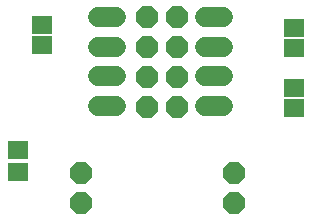
<source format=gbs>
G75*
%MOIN*%
%OFA0B0*%
%FSLAX25Y25*%
%IPPOS*%
%LPD*%
%AMOC8*
5,1,8,0,0,1.08239X$1,22.5*
%
%ADD10R,0.06706X0.05918*%
%ADD11OC8,0.07400*%
%ADD12R,0.07099X0.05918*%
%ADD13C,0.06800*%
%ADD14R,0.04762X0.04762*%
D10*
X0034000Y0064654D03*
X0034000Y0071346D03*
X0118000Y0070346D03*
X0118000Y0063654D03*
X0118000Y0050346D03*
X0118000Y0043654D03*
D11*
X0098000Y0022000D03*
X0098000Y0012000D03*
X0079000Y0044000D03*
X0069000Y0044000D03*
X0069000Y0054000D03*
X0079000Y0054000D03*
X0079000Y0064000D03*
X0069000Y0064000D03*
X0069000Y0074000D03*
X0079000Y0074000D03*
X0047000Y0022000D03*
X0047000Y0012000D03*
D12*
X0026000Y0022260D03*
X0026000Y0029740D03*
D13*
X0052606Y0044236D02*
X0058606Y0044236D01*
X0058606Y0054079D02*
X0052606Y0054079D01*
X0052606Y0063921D02*
X0058606Y0063921D01*
X0058606Y0073764D02*
X0052606Y0073764D01*
X0088394Y0073764D02*
X0094394Y0073764D01*
X0094394Y0063921D02*
X0088394Y0063921D01*
X0088394Y0054079D02*
X0094394Y0054079D01*
X0094394Y0044236D02*
X0088394Y0044236D01*
D14*
X0091472Y0054000D03*
M02*

</source>
